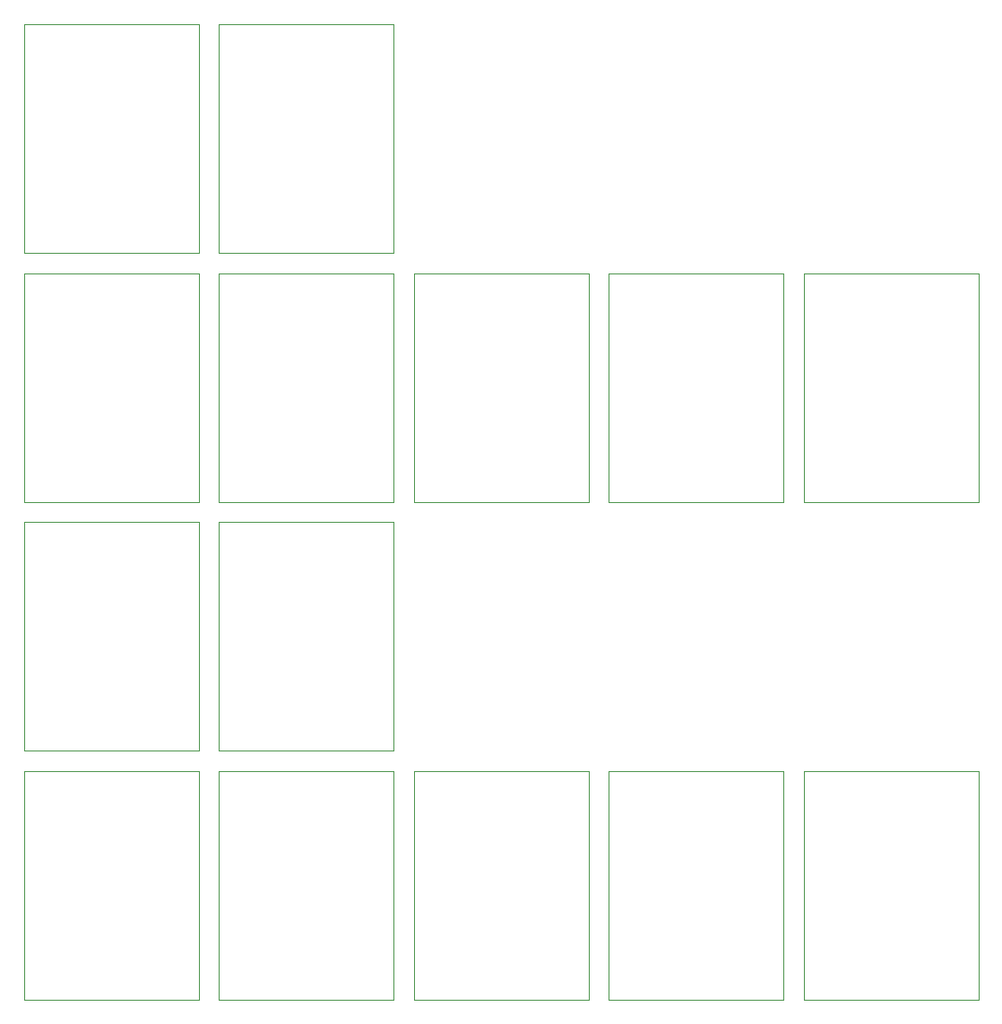
<source format=gbp>
G75*
G70*
%OFA0B0*%
%FSLAX25Y25*%
%IPPOS*%
%LPD*%
%AMOC8*
5,1,8,0,0,1.08239X$1,22.5*
%
%ADD17C,0.00000*%
X0010000Y0010000D02*
G75*
%LPD*%
D17*
X0010000Y0010000D02*
X0010000Y0095000D01*
X0075000Y0095000D01*
X0075000Y0010000D01*
X0010000Y0010000D01*
X0082500Y0010000D02*
G75*
%LPD*%
D17*
X0082500Y0010000D02*
X0082500Y0095000D01*
X0147500Y0095000D01*
X0147500Y0010000D01*
X0082500Y0010000D01*
X0155000Y0010000D02*
G75*
%LPD*%
D17*
X0155000Y0010000D02*
X0155000Y0095000D01*
X0220000Y0095000D01*
X0220000Y0010000D01*
X0155000Y0010000D01*
X0227500Y0010000D02*
G75*
%LPD*%
D17*
X0227500Y0010000D02*
X0227500Y0095000D01*
X0292500Y0095000D01*
X0292500Y0010000D01*
X0227500Y0010000D01*
X0300000Y0010000D02*
G75*
%LPD*%
D17*
X0300000Y0010000D02*
X0300000Y0095000D01*
X0365000Y0095000D01*
X0365000Y0010000D01*
X0300000Y0010000D01*
X0010000Y0102500D02*
G75*
%LPD*%
D17*
X0010000Y0102500D02*
X0010000Y0187500D01*
X0075000Y0187500D01*
X0075000Y0102500D01*
X0010000Y0102500D01*
X0082500Y0102500D02*
G75*
%LPD*%
D17*
X0082500Y0102500D02*
X0082500Y0187500D01*
X0147500Y0187500D01*
X0147500Y0102500D01*
X0082500Y0102500D01*
X0010000Y0195000D02*
G75*
%LPD*%
D17*
X0010000Y0195000D02*
X0010000Y0280000D01*
X0075000Y0280000D01*
X0075000Y0195000D01*
X0010000Y0195000D01*
X0082500Y0195000D02*
G75*
%LPD*%
D17*
X0082500Y0195000D02*
X0082500Y0280000D01*
X0147500Y0280000D01*
X0147500Y0195000D01*
X0082500Y0195000D01*
X0155000Y0195000D02*
G75*
%LPD*%
D17*
X0155000Y0195000D02*
X0155000Y0280000D01*
X0220000Y0280000D01*
X0220000Y0195000D01*
X0155000Y0195000D01*
X0227500Y0195000D02*
G75*
%LPD*%
D17*
X0227500Y0195000D02*
X0227500Y0280000D01*
X0292500Y0280000D01*
X0292500Y0195000D01*
X0227500Y0195000D01*
X0300000Y0195000D02*
G75*
%LPD*%
D17*
X0300000Y0195000D02*
X0300000Y0280000D01*
X0365000Y0280000D01*
X0365000Y0195000D01*
X0300000Y0195000D01*
X0010000Y0287500D02*
G75*
%LPD*%
D17*
X0010000Y0287500D02*
X0010000Y0372500D01*
X0075000Y0372500D01*
X0075000Y0287500D01*
X0010000Y0287500D01*
X0082500Y0287500D02*
G75*
%LPD*%
D17*
X0082500Y0287500D02*
X0082500Y0372500D01*
X0147500Y0372500D01*
X0147500Y0287500D01*
X0082500Y0287500D01*
M02*

</source>
